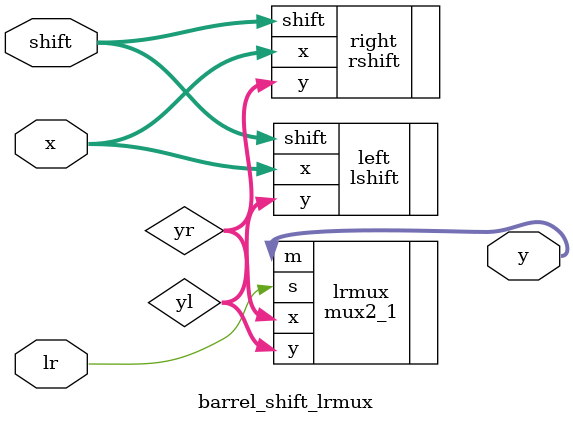
<source format=v>
`timescale 1ns / 1ps


module barrel_shift_lrmux(
    input [7:0] x,
    input [2:0] shift,
    input lr,
    output [7:0] y
    );
    
    wire [7:0] yl, yr;
    
    lshift left(.x(x), .shift(shift), .y(yl));
    rshift right(.x(x), .shift(shift), .y(yr));
    
    mux2_1 lrmux(.x(yr), .y(yl), .s(lr), .m(y));
endmodule

</source>
